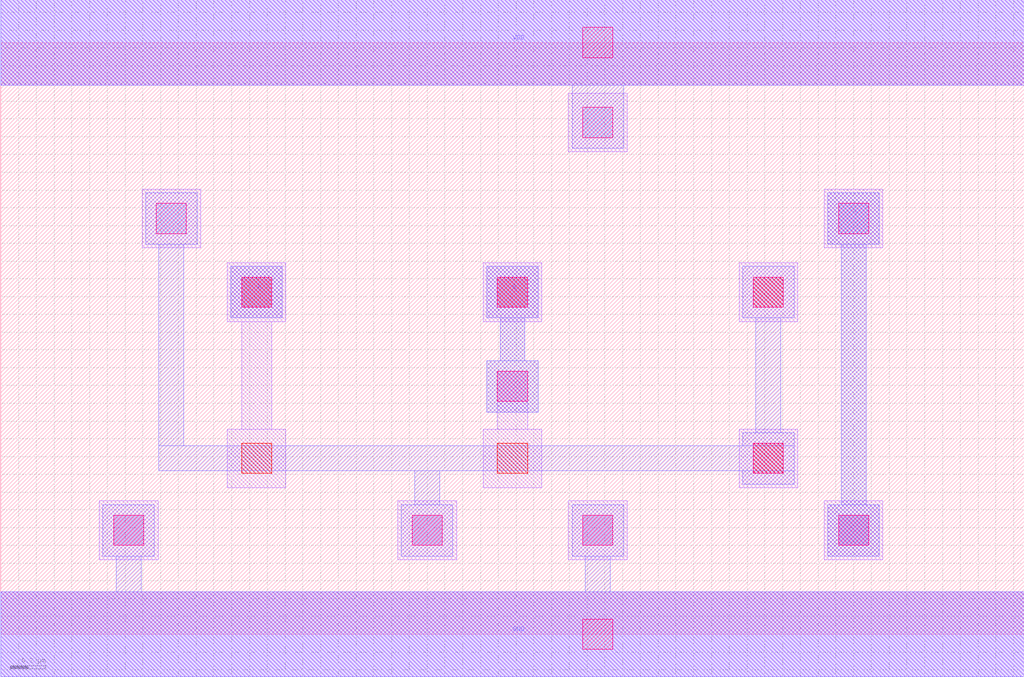
<source format=lef>
MACRO OR2X1
 CLASS CORE ;
 FOREIGN OR2X1 0 0 ;
 SIZE 5.76 BY 3.33 ;
 ORIGIN 0 0 ;
 SYMMETRY X Y R90 ;
 SITE unit ;
  PIN VDD
   DIRECTION INOUT ;
   USE POWER ;
   SHAPE ABUTMENT ;
    PORT
     CLASS CORE ;
       LAYER li1 ;
        RECT 0.00000000 3.09000000 5.76000000 3.57000000 ;
       LAYER met1 ;
        RECT 0.00000000 3.09000000 5.76000000 3.57000000 ;
    END
  END VDD

  PIN GND
   DIRECTION INOUT ;
   USE POWER ;
   SHAPE ABUTMENT ;
    PORT
     CLASS CORE ;
       LAYER li1 ;
        RECT 0.00000000 -0.24000000 5.76000000 0.24000000 ;
       LAYER met1 ;
        RECT 0.00000000 -0.24000000 5.76000000 0.24000000 ;
    END
  END GND

  PIN Y
   DIRECTION INOUT ;
   USE SIGNAL ;
   SHAPE ABUTMENT ;
    PORT
     CLASS CORE ;
       LAYER met1 ;
        RECT 4.65500000 0.44000000 4.94500000 0.73000000 ;
        RECT 4.73000000 0.73000000 4.87000000 2.19500000 ;
        RECT 4.65500000 2.19500000 4.94500000 2.48500000 ;
    END
  END Y

  PIN B
   DIRECTION INOUT ;
   USE SIGNAL ;
   SHAPE ABUTMENT ;
    PORT
     CLASS CORE ;
       LAYER met1 ;
        RECT 2.73500000 1.25000000 3.02500000 1.54000000 ;
        RECT 2.81000000 1.54000000 2.95000000 1.78000000 ;
        RECT 2.73500000 1.78000000 3.02500000 2.07000000 ;
    END
  END B

  PIN A
   DIRECTION INOUT ;
   USE SIGNAL ;
   SHAPE ABUTMENT ;
    PORT
     CLASS CORE ;
       LAYER met1 ;
        RECT 1.29500000 1.78000000 1.58500000 2.07000000 ;
    END
  END A

 OBS
    LAYER polycont ;
     RECT 1.35500000 0.90500000 1.52500000 1.07500000 ;
     RECT 2.79500000 0.90500000 2.96500000 1.07500000 ;
     RECT 4.23500000 0.90500000 4.40500000 1.07500000 ;
     RECT 1.35500000 1.84000000 1.52500000 2.01000000 ;
     RECT 2.79500000 1.84000000 2.96500000 2.01000000 ;
     RECT 4.23500000 1.84000000 4.40500000 2.01000000 ;

    LAYER pdiffc ;
     RECT 0.87500000 2.25500000 1.04500000 2.42500000 ;
     RECT 4.71500000 2.25500000 4.88500000 2.42500000 ;
     RECT 3.27500000 2.79500000 3.44500000 2.96500000 ;

    LAYER ndiffc ;
     RECT 0.63500000 0.50000000 0.80500000 0.67000000 ;
     RECT 2.31500000 0.50000000 2.48500000 0.67000000 ;
     RECT 3.27500000 0.50000000 3.44500000 0.67000000 ;
     RECT 4.71500000 0.50000000 4.88500000 0.67000000 ;

    LAYER li1 ;
     RECT 0.00000000 -0.24000000 5.76000000 0.24000000 ;
     RECT 0.55500000 0.42000000 0.88500000 0.75000000 ;
     RECT 2.23500000 0.42000000 2.56500000 0.75000000 ;
     RECT 3.19500000 0.42000000 3.52500000 0.75000000 ;
     RECT 4.63500000 0.42000000 4.96500000 0.75000000 ;
     RECT 4.15500000 0.82500000 4.48500000 1.15500000 ;
     RECT 2.71500000 0.82500000 3.04500000 1.15500000 ;
     RECT 2.79500000 1.15500000 2.96500000 1.48000000 ;
     RECT 1.27500000 0.82500000 1.60500000 1.15500000 ;
     RECT 1.35500000 1.15500000 1.52500000 1.76000000 ;
     RECT 1.27500000 1.76000000 1.60500000 2.09000000 ;
     RECT 2.71500000 1.76000000 3.04500000 2.09000000 ;
     RECT 4.15500000 1.76000000 4.48500000 2.09000000 ;
     RECT 0.79500000 2.17500000 1.12500000 2.50500000 ;
     RECT 4.63500000 2.17500000 4.96500000 2.50500000 ;
     RECT 3.19500000 2.71500000 3.52500000 3.04500000 ;
     RECT 0.00000000 3.09000000 5.76000000 3.57000000 ;

    LAYER viali ;
     RECT 3.27500000 -0.08500000 3.44500000 0.08500000 ;
     RECT 0.63500000 0.50000000 0.80500000 0.67000000 ;
     RECT 2.31500000 0.50000000 2.48500000 0.67000000 ;
     RECT 3.27500000 0.50000000 3.44500000 0.67000000 ;
     RECT 4.71500000 0.50000000 4.88500000 0.67000000 ;
     RECT 4.23500000 0.90500000 4.40500000 1.07500000 ;
     RECT 2.79500000 1.31000000 2.96500000 1.48000000 ;
     RECT 1.35500000 1.84000000 1.52500000 2.01000000 ;
     RECT 2.79500000 1.84000000 2.96500000 2.01000000 ;
     RECT 4.23500000 1.84000000 4.40500000 2.01000000 ;
     RECT 0.87500000 2.25500000 1.04500000 2.42500000 ;
     RECT 4.71500000 2.25500000 4.88500000 2.42500000 ;
     RECT 3.27500000 2.79500000 3.44500000 2.96500000 ;
     RECT 3.27500000 3.24500000 3.44500000 3.41500000 ;

    LAYER met1 ;
     RECT 0.00000000 -0.24000000 5.76000000 0.24000000 ;
     RECT 0.65000000 0.24000000 0.79000000 0.44000000 ;
     RECT 3.29000000 0.24000000 3.43000000 0.44000000 ;
     RECT 0.57500000 0.44000000 0.86500000 0.73000000 ;
     RECT 3.21500000 0.44000000 3.50500000 0.73000000 ;
     RECT 1.29500000 1.78000000 1.58500000 2.07000000 ;
     RECT 2.73500000 1.25000000 3.02500000 1.54000000 ;
     RECT 2.81000000 1.54000000 2.95000000 1.78000000 ;
     RECT 2.73500000 1.78000000 3.02500000 2.07000000 ;
     RECT 2.25500000 0.44000000 2.54500000 0.73000000 ;
     RECT 2.33000000 0.73000000 2.47000000 0.92000000 ;
     RECT 4.17500000 0.84500000 4.46500000 0.92000000 ;
     RECT 0.89000000 0.92000000 4.46500000 1.06000000 ;
     RECT 4.17500000 1.06000000 4.46500000 1.13500000 ;
     RECT 4.25000000 1.13500000 4.39000000 1.78000000 ;
     RECT 4.17500000 1.78000000 4.46500000 2.07000000 ;
     RECT 0.89000000 1.06000000 1.03000000 2.19500000 ;
     RECT 0.81500000 2.19500000 1.10500000 2.48500000 ;
     RECT 4.65500000 0.44000000 4.94500000 0.73000000 ;
     RECT 4.73000000 0.73000000 4.87000000 2.19500000 ;
     RECT 4.65500000 2.19500000 4.94500000 2.48500000 ;
     RECT 3.21500000 2.73500000 3.50500000 3.09000000 ;
     RECT 0.00000000 3.09000000 5.76000000 3.57000000 ;

 END
END OR2X1

</source>
